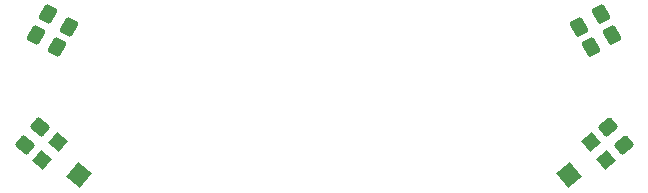
<source format=gbr>
%TF.GenerationSoftware,KiCad,Pcbnew,8.0.1-rc1*%
%TF.CreationDate,2024-04-17T22:05:37-07:00*%
%TF.ProjectId,Toolhead Board Breakout,546f6f6c-6865-4616-9420-426f61726420,rev?*%
%TF.SameCoordinates,Original*%
%TF.FileFunction,Paste,Top*%
%TF.FilePolarity,Positive*%
%FSLAX46Y46*%
G04 Gerber Fmt 4.6, Leading zero omitted, Abs format (unit mm)*
G04 Created by KiCad (PCBNEW 8.0.1-rc1) date 2024-04-17 22:05:37*
%MOMM*%
%LPD*%
G01*
G04 APERTURE LIST*
G04 Aperture macros list*
%AMRoundRect*
0 Rectangle with rounded corners*
0 $1 Rounding radius*
0 $2 $3 $4 $5 $6 $7 $8 $9 X,Y pos of 4 corners*
0 Add a 4 corners polygon primitive as box body*
4,1,4,$2,$3,$4,$5,$6,$7,$8,$9,$2,$3,0*
0 Add four circle primitives for the rounded corners*
1,1,$1+$1,$2,$3*
1,1,$1+$1,$4,$5*
1,1,$1+$1,$6,$7*
1,1,$1+$1,$8,$9*
0 Add four rect primitives between the rounded corners*
20,1,$1+$1,$2,$3,$4,$5,0*
20,1,$1+$1,$4,$5,$6,$7,0*
20,1,$1+$1,$6,$7,$8,$9,0*
20,1,$1+$1,$8,$9,$2,$3,0*%
%AMRotRect*
0 Rectangle, with rotation*
0 The origin of the aperture is its center*
0 $1 length*
0 $2 width*
0 $3 Rotation angle, in degrees counterclockwise*
0 Add horizontal line*
21,1,$1,$2,0,0,$3*%
G04 Aperture macros list end*
%ADD10RoundRect,0.250000X0.119744X-0.557370X0.569696X-0.021139X-0.119744X0.557370X-0.569696X0.021139X0*%
%ADD11RoundRect,0.250000X-0.529784X-0.242612X0.054784X-0.580112X0.529784X0.242612X-0.054784X0.580112X0*%
%ADD12RoundRect,0.250000X-0.569696X-0.021139X-0.119744X-0.557370X0.569696X0.021139X0.119744X0.557370X0*%
%ADD13RotRect,1.200000X1.200000X220.000000*%
%ADD14RotRect,1.500000X1.600000X220.000000*%
%ADD15RoundRect,0.250000X0.054784X0.580112X-0.529784X0.242612X-0.054784X-0.580112X0.529784X-0.242612X0*%
%ADD16RotRect,1.200000X1.200000X320.000000*%
%ADD17RotRect,1.500000X1.600000X320.000000*%
G04 APERTURE END LIST*
D10*
%TO.C,R4*%
X49668069Y-99433241D03*
X50953645Y-97901153D03*
%TD*%
D11*
%TO.C,C3*%
X51605875Y-88348720D03*
X53402877Y-89386220D03*
%TD*%
D12*
%TO.C,R2*%
X99046355Y-97901153D03*
X100331931Y-99433241D03*
%TD*%
D11*
%TO.C,C4*%
X50605875Y-90080770D03*
X52402877Y-91118270D03*
%TD*%
D13*
%TO.C,R1*%
X98876447Y-100654538D03*
D14*
X95744015Y-101977553D03*
D13*
X97590871Y-99122449D03*
%TD*%
D15*
%TO.C,C2*%
X98394125Y-88348720D03*
X96597123Y-89386220D03*
%TD*%
D16*
%TO.C,R3*%
X52409129Y-99122449D03*
D17*
X54255985Y-101977553D03*
D16*
X51123553Y-100654538D03*
%TD*%
D15*
%TO.C,C1*%
X99394125Y-90080770D03*
X97597123Y-91118270D03*
%TD*%
M02*

</source>
